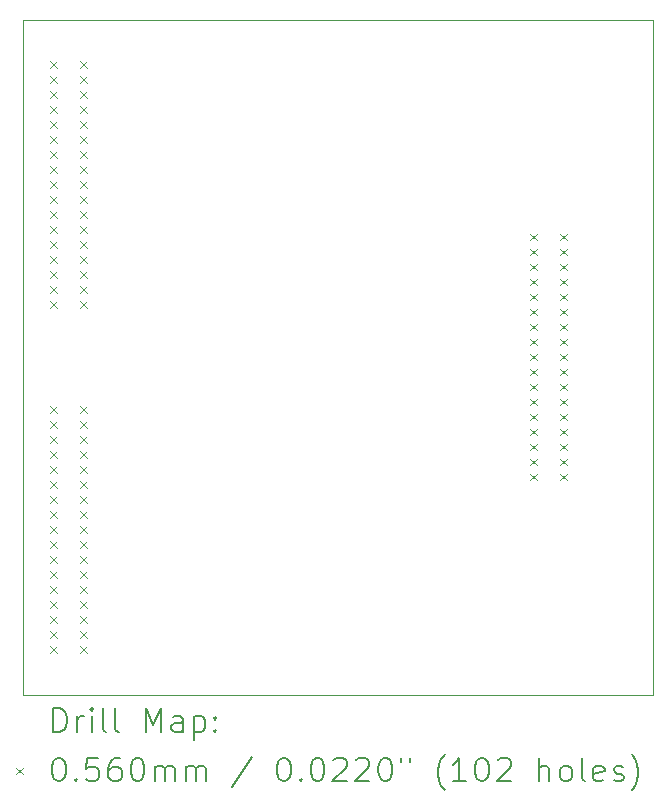
<source format=gbr>
%TF.GenerationSoftware,KiCad,Pcbnew,(6.0.8)*%
%TF.CreationDate,2022-10-20T17:28:58-04:00*%
%TF.ProjectId,DCT_2_to_1_mini_board,4443545f-325f-4746-9f5f-315f6d696e69,rev?*%
%TF.SameCoordinates,Original*%
%TF.FileFunction,Drillmap*%
%TF.FilePolarity,Positive*%
%FSLAX45Y45*%
G04 Gerber Fmt 4.5, Leading zero omitted, Abs format (unit mm)*
G04 Created by KiCad (PCBNEW (6.0.8)) date 2022-10-20 17:28:58*
%MOMM*%
%LPD*%
G01*
G04 APERTURE LIST*
%ADD10C,0.100000*%
%ADD11C,0.200000*%
%ADD12C,0.056000*%
G04 APERTURE END LIST*
D10*
X9144000Y-4699000D02*
X14478000Y-4699000D01*
X14478000Y-4699000D02*
X14478000Y-10414000D01*
X14478000Y-10414000D02*
X9144000Y-10414000D01*
X9144000Y-10414000D02*
X9144000Y-4699000D01*
D11*
D12*
X9368984Y-5052000D02*
X9424984Y-5108000D01*
X9424984Y-5052000D02*
X9368984Y-5108000D01*
X9368984Y-7973000D02*
X9424984Y-8029000D01*
X9424984Y-7973000D02*
X9368984Y-8029000D01*
X9370000Y-5179000D02*
X9426000Y-5235000D01*
X9426000Y-5179000D02*
X9370000Y-5235000D01*
X9370000Y-5306000D02*
X9426000Y-5362000D01*
X9426000Y-5306000D02*
X9370000Y-5362000D01*
X9370000Y-5433000D02*
X9426000Y-5489000D01*
X9426000Y-5433000D02*
X9370000Y-5489000D01*
X9370000Y-5560000D02*
X9426000Y-5616000D01*
X9426000Y-5560000D02*
X9370000Y-5616000D01*
X9370000Y-5687000D02*
X9426000Y-5743000D01*
X9426000Y-5687000D02*
X9370000Y-5743000D01*
X9370000Y-5814000D02*
X9426000Y-5870000D01*
X9426000Y-5814000D02*
X9370000Y-5870000D01*
X9370000Y-5941000D02*
X9426000Y-5997000D01*
X9426000Y-5941000D02*
X9370000Y-5997000D01*
X9370000Y-6068000D02*
X9426000Y-6124000D01*
X9426000Y-6068000D02*
X9370000Y-6124000D01*
X9370000Y-6195000D02*
X9426000Y-6251000D01*
X9426000Y-6195000D02*
X9370000Y-6251000D01*
X9370000Y-6322000D02*
X9426000Y-6378000D01*
X9426000Y-6322000D02*
X9370000Y-6378000D01*
X9370000Y-6449000D02*
X9426000Y-6505000D01*
X9426000Y-6449000D02*
X9370000Y-6505000D01*
X9370000Y-6576000D02*
X9426000Y-6632000D01*
X9426000Y-6576000D02*
X9370000Y-6632000D01*
X9370000Y-6703000D02*
X9426000Y-6759000D01*
X9426000Y-6703000D02*
X9370000Y-6759000D01*
X9370000Y-6830000D02*
X9426000Y-6886000D01*
X9426000Y-6830000D02*
X9370000Y-6886000D01*
X9370000Y-6957000D02*
X9426000Y-7013000D01*
X9426000Y-6957000D02*
X9370000Y-7013000D01*
X9370000Y-7084000D02*
X9426000Y-7140000D01*
X9426000Y-7084000D02*
X9370000Y-7140000D01*
X9370000Y-8100000D02*
X9426000Y-8156000D01*
X9426000Y-8100000D02*
X9370000Y-8156000D01*
X9370000Y-8227000D02*
X9426000Y-8283000D01*
X9426000Y-8227000D02*
X9370000Y-8283000D01*
X9370000Y-8354000D02*
X9426000Y-8410000D01*
X9426000Y-8354000D02*
X9370000Y-8410000D01*
X9370000Y-8481000D02*
X9426000Y-8537000D01*
X9426000Y-8481000D02*
X9370000Y-8537000D01*
X9370000Y-8608000D02*
X9426000Y-8664000D01*
X9426000Y-8608000D02*
X9370000Y-8664000D01*
X9370000Y-8735000D02*
X9426000Y-8791000D01*
X9426000Y-8735000D02*
X9370000Y-8791000D01*
X9370000Y-8862000D02*
X9426000Y-8918000D01*
X9426000Y-8862000D02*
X9370000Y-8918000D01*
X9370000Y-8989000D02*
X9426000Y-9045000D01*
X9426000Y-8989000D02*
X9370000Y-9045000D01*
X9370000Y-9116000D02*
X9426000Y-9172000D01*
X9426000Y-9116000D02*
X9370000Y-9172000D01*
X9370000Y-9243000D02*
X9426000Y-9299000D01*
X9426000Y-9243000D02*
X9370000Y-9299000D01*
X9370000Y-9370000D02*
X9426000Y-9426000D01*
X9426000Y-9370000D02*
X9370000Y-9426000D01*
X9370000Y-9497000D02*
X9426000Y-9553000D01*
X9426000Y-9497000D02*
X9370000Y-9553000D01*
X9370000Y-9624000D02*
X9426000Y-9680000D01*
X9426000Y-9624000D02*
X9370000Y-9680000D01*
X9370000Y-9751000D02*
X9426000Y-9807000D01*
X9426000Y-9751000D02*
X9370000Y-9807000D01*
X9370000Y-9878000D02*
X9426000Y-9934000D01*
X9426000Y-9878000D02*
X9370000Y-9934000D01*
X9370000Y-10005000D02*
X9426000Y-10061000D01*
X9426000Y-10005000D02*
X9370000Y-10061000D01*
X9624000Y-5179000D02*
X9680000Y-5235000D01*
X9680000Y-5179000D02*
X9624000Y-5235000D01*
X9624000Y-5306000D02*
X9680000Y-5362000D01*
X9680000Y-5306000D02*
X9624000Y-5362000D01*
X9624000Y-5433000D02*
X9680000Y-5489000D01*
X9680000Y-5433000D02*
X9624000Y-5489000D01*
X9624000Y-5560000D02*
X9680000Y-5616000D01*
X9680000Y-5560000D02*
X9624000Y-5616000D01*
X9624000Y-5687000D02*
X9680000Y-5743000D01*
X9680000Y-5687000D02*
X9624000Y-5743000D01*
X9624000Y-5814000D02*
X9680000Y-5870000D01*
X9680000Y-5814000D02*
X9624000Y-5870000D01*
X9624000Y-5941000D02*
X9680000Y-5997000D01*
X9680000Y-5941000D02*
X9624000Y-5997000D01*
X9624000Y-6068000D02*
X9680000Y-6124000D01*
X9680000Y-6068000D02*
X9624000Y-6124000D01*
X9624000Y-6195000D02*
X9680000Y-6251000D01*
X9680000Y-6195000D02*
X9624000Y-6251000D01*
X9624000Y-6322000D02*
X9680000Y-6378000D01*
X9680000Y-6322000D02*
X9624000Y-6378000D01*
X9624000Y-6449000D02*
X9680000Y-6505000D01*
X9680000Y-6449000D02*
X9624000Y-6505000D01*
X9624000Y-6576000D02*
X9680000Y-6632000D01*
X9680000Y-6576000D02*
X9624000Y-6632000D01*
X9624000Y-6703000D02*
X9680000Y-6759000D01*
X9680000Y-6703000D02*
X9624000Y-6759000D01*
X9624000Y-6830000D02*
X9680000Y-6886000D01*
X9680000Y-6830000D02*
X9624000Y-6886000D01*
X9624000Y-6957000D02*
X9680000Y-7013000D01*
X9680000Y-6957000D02*
X9624000Y-7013000D01*
X9624000Y-7084000D02*
X9680000Y-7140000D01*
X9680000Y-7084000D02*
X9624000Y-7140000D01*
X9624000Y-8100000D02*
X9680000Y-8156000D01*
X9680000Y-8100000D02*
X9624000Y-8156000D01*
X9624000Y-8227000D02*
X9680000Y-8283000D01*
X9680000Y-8227000D02*
X9624000Y-8283000D01*
X9624000Y-8354000D02*
X9680000Y-8410000D01*
X9680000Y-8354000D02*
X9624000Y-8410000D01*
X9624000Y-8481000D02*
X9680000Y-8537000D01*
X9680000Y-8481000D02*
X9624000Y-8537000D01*
X9624000Y-8608000D02*
X9680000Y-8664000D01*
X9680000Y-8608000D02*
X9624000Y-8664000D01*
X9624000Y-8735000D02*
X9680000Y-8791000D01*
X9680000Y-8735000D02*
X9624000Y-8791000D01*
X9624000Y-8862000D02*
X9680000Y-8918000D01*
X9680000Y-8862000D02*
X9624000Y-8918000D01*
X9624000Y-8989000D02*
X9680000Y-9045000D01*
X9680000Y-8989000D02*
X9624000Y-9045000D01*
X9624000Y-9116000D02*
X9680000Y-9172000D01*
X9680000Y-9116000D02*
X9624000Y-9172000D01*
X9624000Y-9243000D02*
X9680000Y-9299000D01*
X9680000Y-9243000D02*
X9624000Y-9299000D01*
X9624000Y-9370000D02*
X9680000Y-9426000D01*
X9680000Y-9370000D02*
X9624000Y-9426000D01*
X9624000Y-9497000D02*
X9680000Y-9553000D01*
X9680000Y-9497000D02*
X9624000Y-9553000D01*
X9624000Y-9624000D02*
X9680000Y-9680000D01*
X9680000Y-9624000D02*
X9624000Y-9680000D01*
X9624000Y-9751000D02*
X9680000Y-9807000D01*
X9680000Y-9751000D02*
X9624000Y-9807000D01*
X9624000Y-9878000D02*
X9680000Y-9934000D01*
X9680000Y-9878000D02*
X9624000Y-9934000D01*
X9624000Y-10005000D02*
X9680000Y-10061000D01*
X9680000Y-10005000D02*
X9624000Y-10061000D01*
X9625016Y-5052000D02*
X9681016Y-5108000D01*
X9681016Y-5052000D02*
X9625016Y-5108000D01*
X9625016Y-7973000D02*
X9681016Y-8029000D01*
X9681016Y-7973000D02*
X9625016Y-8029000D01*
X13432984Y-6512500D02*
X13488984Y-6568500D01*
X13488984Y-6512500D02*
X13432984Y-6568500D01*
X13434000Y-6639500D02*
X13490000Y-6695500D01*
X13490000Y-6639500D02*
X13434000Y-6695500D01*
X13434000Y-6766500D02*
X13490000Y-6822500D01*
X13490000Y-6766500D02*
X13434000Y-6822500D01*
X13434000Y-6893500D02*
X13490000Y-6949500D01*
X13490000Y-6893500D02*
X13434000Y-6949500D01*
X13434000Y-7020500D02*
X13490000Y-7076500D01*
X13490000Y-7020500D02*
X13434000Y-7076500D01*
X13434000Y-7147500D02*
X13490000Y-7203500D01*
X13490000Y-7147500D02*
X13434000Y-7203500D01*
X13434000Y-7274500D02*
X13490000Y-7330500D01*
X13490000Y-7274500D02*
X13434000Y-7330500D01*
X13434000Y-7401500D02*
X13490000Y-7457500D01*
X13490000Y-7401500D02*
X13434000Y-7457500D01*
X13434000Y-7528500D02*
X13490000Y-7584500D01*
X13490000Y-7528500D02*
X13434000Y-7584500D01*
X13434000Y-7655500D02*
X13490000Y-7711500D01*
X13490000Y-7655500D02*
X13434000Y-7711500D01*
X13434000Y-7782500D02*
X13490000Y-7838500D01*
X13490000Y-7782500D02*
X13434000Y-7838500D01*
X13434000Y-7909500D02*
X13490000Y-7965500D01*
X13490000Y-7909500D02*
X13434000Y-7965500D01*
X13434000Y-8036500D02*
X13490000Y-8092500D01*
X13490000Y-8036500D02*
X13434000Y-8092500D01*
X13434000Y-8163500D02*
X13490000Y-8219500D01*
X13490000Y-8163500D02*
X13434000Y-8219500D01*
X13434000Y-8290500D02*
X13490000Y-8346500D01*
X13490000Y-8290500D02*
X13434000Y-8346500D01*
X13434000Y-8417500D02*
X13490000Y-8473500D01*
X13490000Y-8417500D02*
X13434000Y-8473500D01*
X13434000Y-8544500D02*
X13490000Y-8600500D01*
X13490000Y-8544500D02*
X13434000Y-8600500D01*
X13688000Y-6639500D02*
X13744000Y-6695500D01*
X13744000Y-6639500D02*
X13688000Y-6695500D01*
X13688000Y-6766500D02*
X13744000Y-6822500D01*
X13744000Y-6766500D02*
X13688000Y-6822500D01*
X13688000Y-6893500D02*
X13744000Y-6949500D01*
X13744000Y-6893500D02*
X13688000Y-6949500D01*
X13688000Y-7020500D02*
X13744000Y-7076500D01*
X13744000Y-7020500D02*
X13688000Y-7076500D01*
X13688000Y-7147500D02*
X13744000Y-7203500D01*
X13744000Y-7147500D02*
X13688000Y-7203500D01*
X13688000Y-7274500D02*
X13744000Y-7330500D01*
X13744000Y-7274500D02*
X13688000Y-7330500D01*
X13688000Y-7401500D02*
X13744000Y-7457500D01*
X13744000Y-7401500D02*
X13688000Y-7457500D01*
X13688000Y-7528500D02*
X13744000Y-7584500D01*
X13744000Y-7528500D02*
X13688000Y-7584500D01*
X13688000Y-7655500D02*
X13744000Y-7711500D01*
X13744000Y-7655500D02*
X13688000Y-7711500D01*
X13688000Y-7782500D02*
X13744000Y-7838500D01*
X13744000Y-7782500D02*
X13688000Y-7838500D01*
X13688000Y-7909500D02*
X13744000Y-7965500D01*
X13744000Y-7909500D02*
X13688000Y-7965500D01*
X13688000Y-8036500D02*
X13744000Y-8092500D01*
X13744000Y-8036500D02*
X13688000Y-8092500D01*
X13688000Y-8163500D02*
X13744000Y-8219500D01*
X13744000Y-8163500D02*
X13688000Y-8219500D01*
X13688000Y-8290500D02*
X13744000Y-8346500D01*
X13744000Y-8290500D02*
X13688000Y-8346500D01*
X13688000Y-8417500D02*
X13744000Y-8473500D01*
X13744000Y-8417500D02*
X13688000Y-8473500D01*
X13688000Y-8544500D02*
X13744000Y-8600500D01*
X13744000Y-8544500D02*
X13688000Y-8600500D01*
X13689016Y-6512500D02*
X13745016Y-6568500D01*
X13745016Y-6512500D02*
X13689016Y-6568500D01*
D11*
X9396619Y-10729476D02*
X9396619Y-10529476D01*
X9444238Y-10529476D01*
X9472810Y-10539000D01*
X9491857Y-10558048D01*
X9501381Y-10577095D01*
X9510905Y-10615190D01*
X9510905Y-10643762D01*
X9501381Y-10681857D01*
X9491857Y-10700905D01*
X9472810Y-10719952D01*
X9444238Y-10729476D01*
X9396619Y-10729476D01*
X9596619Y-10729476D02*
X9596619Y-10596143D01*
X9596619Y-10634238D02*
X9606143Y-10615190D01*
X9615667Y-10605667D01*
X9634714Y-10596143D01*
X9653762Y-10596143D01*
X9720429Y-10729476D02*
X9720429Y-10596143D01*
X9720429Y-10529476D02*
X9710905Y-10539000D01*
X9720429Y-10548524D01*
X9729952Y-10539000D01*
X9720429Y-10529476D01*
X9720429Y-10548524D01*
X9844238Y-10729476D02*
X9825190Y-10719952D01*
X9815667Y-10700905D01*
X9815667Y-10529476D01*
X9949000Y-10729476D02*
X9929952Y-10719952D01*
X9920429Y-10700905D01*
X9920429Y-10529476D01*
X10177571Y-10729476D02*
X10177571Y-10529476D01*
X10244238Y-10672333D01*
X10310905Y-10529476D01*
X10310905Y-10729476D01*
X10491857Y-10729476D02*
X10491857Y-10624714D01*
X10482333Y-10605667D01*
X10463286Y-10596143D01*
X10425190Y-10596143D01*
X10406143Y-10605667D01*
X10491857Y-10719952D02*
X10472810Y-10729476D01*
X10425190Y-10729476D01*
X10406143Y-10719952D01*
X10396619Y-10700905D01*
X10396619Y-10681857D01*
X10406143Y-10662810D01*
X10425190Y-10653286D01*
X10472810Y-10653286D01*
X10491857Y-10643762D01*
X10587095Y-10596143D02*
X10587095Y-10796143D01*
X10587095Y-10605667D02*
X10606143Y-10596143D01*
X10644238Y-10596143D01*
X10663286Y-10605667D01*
X10672810Y-10615190D01*
X10682333Y-10634238D01*
X10682333Y-10691381D01*
X10672810Y-10710429D01*
X10663286Y-10719952D01*
X10644238Y-10729476D01*
X10606143Y-10729476D01*
X10587095Y-10719952D01*
X10768048Y-10710429D02*
X10777571Y-10719952D01*
X10768048Y-10729476D01*
X10758524Y-10719952D01*
X10768048Y-10710429D01*
X10768048Y-10729476D01*
X10768048Y-10605667D02*
X10777571Y-10615190D01*
X10768048Y-10624714D01*
X10758524Y-10615190D01*
X10768048Y-10605667D01*
X10768048Y-10624714D01*
D12*
X9083000Y-11031000D02*
X9139000Y-11087000D01*
X9139000Y-11031000D02*
X9083000Y-11087000D01*
D11*
X9434714Y-10949476D02*
X9453762Y-10949476D01*
X9472810Y-10959000D01*
X9482333Y-10968524D01*
X9491857Y-10987571D01*
X9501381Y-11025667D01*
X9501381Y-11073286D01*
X9491857Y-11111381D01*
X9482333Y-11130429D01*
X9472810Y-11139952D01*
X9453762Y-11149476D01*
X9434714Y-11149476D01*
X9415667Y-11139952D01*
X9406143Y-11130429D01*
X9396619Y-11111381D01*
X9387095Y-11073286D01*
X9387095Y-11025667D01*
X9396619Y-10987571D01*
X9406143Y-10968524D01*
X9415667Y-10959000D01*
X9434714Y-10949476D01*
X9587095Y-11130429D02*
X9596619Y-11139952D01*
X9587095Y-11149476D01*
X9577571Y-11139952D01*
X9587095Y-11130429D01*
X9587095Y-11149476D01*
X9777571Y-10949476D02*
X9682333Y-10949476D01*
X9672810Y-11044714D01*
X9682333Y-11035190D01*
X9701381Y-11025667D01*
X9749000Y-11025667D01*
X9768048Y-11035190D01*
X9777571Y-11044714D01*
X9787095Y-11063762D01*
X9787095Y-11111381D01*
X9777571Y-11130429D01*
X9768048Y-11139952D01*
X9749000Y-11149476D01*
X9701381Y-11149476D01*
X9682333Y-11139952D01*
X9672810Y-11130429D01*
X9958524Y-10949476D02*
X9920429Y-10949476D01*
X9901381Y-10959000D01*
X9891857Y-10968524D01*
X9872810Y-10997095D01*
X9863286Y-11035190D01*
X9863286Y-11111381D01*
X9872810Y-11130429D01*
X9882333Y-11139952D01*
X9901381Y-11149476D01*
X9939476Y-11149476D01*
X9958524Y-11139952D01*
X9968048Y-11130429D01*
X9977571Y-11111381D01*
X9977571Y-11063762D01*
X9968048Y-11044714D01*
X9958524Y-11035190D01*
X9939476Y-11025667D01*
X9901381Y-11025667D01*
X9882333Y-11035190D01*
X9872810Y-11044714D01*
X9863286Y-11063762D01*
X10101381Y-10949476D02*
X10120429Y-10949476D01*
X10139476Y-10959000D01*
X10149000Y-10968524D01*
X10158524Y-10987571D01*
X10168048Y-11025667D01*
X10168048Y-11073286D01*
X10158524Y-11111381D01*
X10149000Y-11130429D01*
X10139476Y-11139952D01*
X10120429Y-11149476D01*
X10101381Y-11149476D01*
X10082333Y-11139952D01*
X10072810Y-11130429D01*
X10063286Y-11111381D01*
X10053762Y-11073286D01*
X10053762Y-11025667D01*
X10063286Y-10987571D01*
X10072810Y-10968524D01*
X10082333Y-10959000D01*
X10101381Y-10949476D01*
X10253762Y-11149476D02*
X10253762Y-11016143D01*
X10253762Y-11035190D02*
X10263286Y-11025667D01*
X10282333Y-11016143D01*
X10310905Y-11016143D01*
X10329952Y-11025667D01*
X10339476Y-11044714D01*
X10339476Y-11149476D01*
X10339476Y-11044714D02*
X10349000Y-11025667D01*
X10368048Y-11016143D01*
X10396619Y-11016143D01*
X10415667Y-11025667D01*
X10425190Y-11044714D01*
X10425190Y-11149476D01*
X10520429Y-11149476D02*
X10520429Y-11016143D01*
X10520429Y-11035190D02*
X10529952Y-11025667D01*
X10549000Y-11016143D01*
X10577571Y-11016143D01*
X10596619Y-11025667D01*
X10606143Y-11044714D01*
X10606143Y-11149476D01*
X10606143Y-11044714D02*
X10615667Y-11025667D01*
X10634714Y-11016143D01*
X10663286Y-11016143D01*
X10682333Y-11025667D01*
X10691857Y-11044714D01*
X10691857Y-11149476D01*
X11082333Y-10939952D02*
X10910905Y-11197095D01*
X11339476Y-10949476D02*
X11358524Y-10949476D01*
X11377571Y-10959000D01*
X11387095Y-10968524D01*
X11396619Y-10987571D01*
X11406143Y-11025667D01*
X11406143Y-11073286D01*
X11396619Y-11111381D01*
X11387095Y-11130429D01*
X11377571Y-11139952D01*
X11358524Y-11149476D01*
X11339476Y-11149476D01*
X11320428Y-11139952D01*
X11310905Y-11130429D01*
X11301381Y-11111381D01*
X11291857Y-11073286D01*
X11291857Y-11025667D01*
X11301381Y-10987571D01*
X11310905Y-10968524D01*
X11320428Y-10959000D01*
X11339476Y-10949476D01*
X11491857Y-11130429D02*
X11501381Y-11139952D01*
X11491857Y-11149476D01*
X11482333Y-11139952D01*
X11491857Y-11130429D01*
X11491857Y-11149476D01*
X11625190Y-10949476D02*
X11644238Y-10949476D01*
X11663286Y-10959000D01*
X11672809Y-10968524D01*
X11682333Y-10987571D01*
X11691857Y-11025667D01*
X11691857Y-11073286D01*
X11682333Y-11111381D01*
X11672809Y-11130429D01*
X11663286Y-11139952D01*
X11644238Y-11149476D01*
X11625190Y-11149476D01*
X11606143Y-11139952D01*
X11596619Y-11130429D01*
X11587095Y-11111381D01*
X11577571Y-11073286D01*
X11577571Y-11025667D01*
X11587095Y-10987571D01*
X11596619Y-10968524D01*
X11606143Y-10959000D01*
X11625190Y-10949476D01*
X11768048Y-10968524D02*
X11777571Y-10959000D01*
X11796619Y-10949476D01*
X11844238Y-10949476D01*
X11863286Y-10959000D01*
X11872809Y-10968524D01*
X11882333Y-10987571D01*
X11882333Y-11006619D01*
X11872809Y-11035190D01*
X11758524Y-11149476D01*
X11882333Y-11149476D01*
X11958524Y-10968524D02*
X11968048Y-10959000D01*
X11987095Y-10949476D01*
X12034714Y-10949476D01*
X12053762Y-10959000D01*
X12063286Y-10968524D01*
X12072809Y-10987571D01*
X12072809Y-11006619D01*
X12063286Y-11035190D01*
X11949000Y-11149476D01*
X12072809Y-11149476D01*
X12196619Y-10949476D02*
X12215667Y-10949476D01*
X12234714Y-10959000D01*
X12244238Y-10968524D01*
X12253762Y-10987571D01*
X12263286Y-11025667D01*
X12263286Y-11073286D01*
X12253762Y-11111381D01*
X12244238Y-11130429D01*
X12234714Y-11139952D01*
X12215667Y-11149476D01*
X12196619Y-11149476D01*
X12177571Y-11139952D01*
X12168048Y-11130429D01*
X12158524Y-11111381D01*
X12149000Y-11073286D01*
X12149000Y-11025667D01*
X12158524Y-10987571D01*
X12168048Y-10968524D01*
X12177571Y-10959000D01*
X12196619Y-10949476D01*
X12339476Y-10949476D02*
X12339476Y-10987571D01*
X12415667Y-10949476D02*
X12415667Y-10987571D01*
X12710905Y-11225667D02*
X12701381Y-11216143D01*
X12682333Y-11187571D01*
X12672809Y-11168524D01*
X12663286Y-11139952D01*
X12653762Y-11092333D01*
X12653762Y-11054238D01*
X12663286Y-11006619D01*
X12672809Y-10978048D01*
X12682333Y-10959000D01*
X12701381Y-10930429D01*
X12710905Y-10920905D01*
X12891857Y-11149476D02*
X12777571Y-11149476D01*
X12834714Y-11149476D02*
X12834714Y-10949476D01*
X12815667Y-10978048D01*
X12796619Y-10997095D01*
X12777571Y-11006619D01*
X13015667Y-10949476D02*
X13034714Y-10949476D01*
X13053762Y-10959000D01*
X13063286Y-10968524D01*
X13072809Y-10987571D01*
X13082333Y-11025667D01*
X13082333Y-11073286D01*
X13072809Y-11111381D01*
X13063286Y-11130429D01*
X13053762Y-11139952D01*
X13034714Y-11149476D01*
X13015667Y-11149476D01*
X12996619Y-11139952D01*
X12987095Y-11130429D01*
X12977571Y-11111381D01*
X12968048Y-11073286D01*
X12968048Y-11025667D01*
X12977571Y-10987571D01*
X12987095Y-10968524D01*
X12996619Y-10959000D01*
X13015667Y-10949476D01*
X13158524Y-10968524D02*
X13168048Y-10959000D01*
X13187095Y-10949476D01*
X13234714Y-10949476D01*
X13253762Y-10959000D01*
X13263286Y-10968524D01*
X13272809Y-10987571D01*
X13272809Y-11006619D01*
X13263286Y-11035190D01*
X13149000Y-11149476D01*
X13272809Y-11149476D01*
X13510905Y-11149476D02*
X13510905Y-10949476D01*
X13596619Y-11149476D02*
X13596619Y-11044714D01*
X13587095Y-11025667D01*
X13568048Y-11016143D01*
X13539476Y-11016143D01*
X13520428Y-11025667D01*
X13510905Y-11035190D01*
X13720428Y-11149476D02*
X13701381Y-11139952D01*
X13691857Y-11130429D01*
X13682333Y-11111381D01*
X13682333Y-11054238D01*
X13691857Y-11035190D01*
X13701381Y-11025667D01*
X13720428Y-11016143D01*
X13749000Y-11016143D01*
X13768048Y-11025667D01*
X13777571Y-11035190D01*
X13787095Y-11054238D01*
X13787095Y-11111381D01*
X13777571Y-11130429D01*
X13768048Y-11139952D01*
X13749000Y-11149476D01*
X13720428Y-11149476D01*
X13901381Y-11149476D02*
X13882333Y-11139952D01*
X13872809Y-11120905D01*
X13872809Y-10949476D01*
X14053762Y-11139952D02*
X14034714Y-11149476D01*
X13996619Y-11149476D01*
X13977571Y-11139952D01*
X13968048Y-11120905D01*
X13968048Y-11044714D01*
X13977571Y-11025667D01*
X13996619Y-11016143D01*
X14034714Y-11016143D01*
X14053762Y-11025667D01*
X14063286Y-11044714D01*
X14063286Y-11063762D01*
X13968048Y-11082810D01*
X14139476Y-11139952D02*
X14158524Y-11149476D01*
X14196619Y-11149476D01*
X14215667Y-11139952D01*
X14225190Y-11120905D01*
X14225190Y-11111381D01*
X14215667Y-11092333D01*
X14196619Y-11082810D01*
X14168048Y-11082810D01*
X14149000Y-11073286D01*
X14139476Y-11054238D01*
X14139476Y-11044714D01*
X14149000Y-11025667D01*
X14168048Y-11016143D01*
X14196619Y-11016143D01*
X14215667Y-11025667D01*
X14291857Y-11225667D02*
X14301381Y-11216143D01*
X14320428Y-11187571D01*
X14329952Y-11168524D01*
X14339476Y-11139952D01*
X14349000Y-11092333D01*
X14349000Y-11054238D01*
X14339476Y-11006619D01*
X14329952Y-10978048D01*
X14320428Y-10959000D01*
X14301381Y-10930429D01*
X14291857Y-10920905D01*
M02*

</source>
